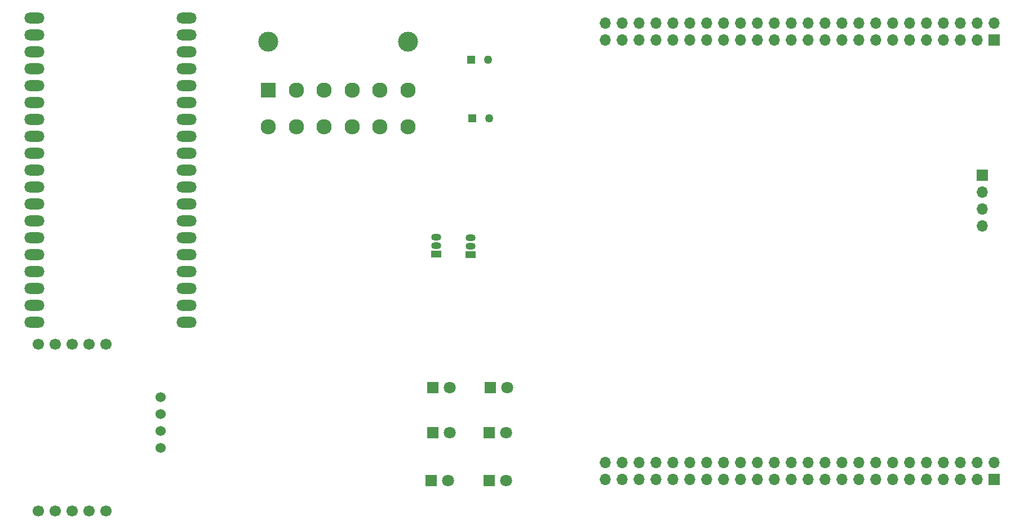
<source format=gbr>
%TF.GenerationSoftware,KiCad,Pcbnew,8.0.0-rc1*%
%TF.CreationDate,2024-05-26T19:18:53+09:00*%
%TF.ProjectId,KDL,4b444c2e-6b69-4636-9164-5f7063625858,rev?*%
%TF.SameCoordinates,PX2a88ac0PY77c8bf0*%
%TF.FileFunction,Soldermask,Bot*%
%TF.FilePolarity,Negative*%
%FSLAX46Y46*%
G04 Gerber Fmt 4.6, Leading zero omitted, Abs format (unit mm)*
G04 Created by KiCad (PCBNEW 8.0.0-rc1) date 2024-05-26 19:18:53*
%MOMM*%
%LPD*%
G01*
G04 APERTURE LIST*
%ADD10R,1.800000X1.800000*%
%ADD11C,1.800000*%
%ADD12C,1.524000*%
%ADD13O,3.048800X1.626400*%
%ADD14C,2.999999*%
%ADD15R,2.300000X2.300000*%
%ADD16C,2.300000*%
%ADD17R,1.500000X1.050000*%
%ADD18O,1.500000X1.050000*%
%ADD19R,1.270000X1.270000*%
%ADD20C,1.270000*%
%ADD21O,1.700000X1.700000*%
%ADD22R,1.700000X1.700000*%
%ADD23C,1.700000*%
G04 APERTURE END LIST*
D10*
%TO.C,D1*%
X74760000Y20809800D03*
D11*
X77300000Y20809800D03*
%TD*%
D12*
%TO.C,U1*%
X25196000Y11737600D03*
X25196000Y14277600D03*
X25196000Y16817600D03*
X25196000Y19357600D03*
%TD*%
D13*
%TO.C,U8*%
X29150000Y30652800D03*
X29150000Y33192800D03*
X29150000Y63672800D03*
X6290000Y30652800D03*
X6290000Y45892800D03*
X6290000Y63672800D03*
X6290000Y66212800D03*
X6290000Y61132800D03*
X6290000Y53512800D03*
X6290000Y76372800D03*
X6290000Y73832800D03*
X6290000Y71292800D03*
X29150000Y68752800D03*
X29150000Y71292800D03*
X29150000Y73832800D03*
X29150000Y61132800D03*
X29150000Y66212800D03*
X29150000Y58592800D03*
X6290000Y68752800D03*
X6290000Y58592800D03*
X6290000Y56052800D03*
X6290000Y50972800D03*
X6290000Y48432800D03*
X6290000Y43352800D03*
X6290000Y35732800D03*
X6290000Y33192800D03*
X29150000Y50972800D03*
X29150000Y53512800D03*
X29150000Y56052800D03*
X29150000Y45892800D03*
X29150000Y48432800D03*
X29150000Y40812800D03*
X29150000Y43352800D03*
X29150000Y35732800D03*
X29150000Y38272800D03*
X6290000Y40812800D03*
X6290000Y38272800D03*
X29150000Y76372800D03*
%TD*%
D10*
%TO.C,D5*%
X66160000Y20802800D03*
D11*
X68700000Y20802800D03*
%TD*%
D10*
%TO.C,D4*%
X66110000Y14100000D03*
D11*
X68650000Y14100000D03*
%TD*%
D14*
%TO.C,J1*%
X62400000Y72850000D03*
X41400042Y72850000D03*
D15*
X41400042Y65549999D03*
D16*
X45600041Y65549999D03*
X49800040Y65549999D03*
X54000040Y65549999D03*
X58200039Y65549999D03*
X62400038Y65549999D03*
X41400042Y60050000D03*
X45600041Y60050000D03*
X49800040Y60050000D03*
X54000040Y60050000D03*
X58200039Y60050000D03*
X62400038Y60050000D03*
%TD*%
D10*
%TO.C,D3*%
X74610000Y14100000D03*
D11*
X77150000Y14100000D03*
%TD*%
D10*
%TO.C,D6*%
X74610000Y6850000D03*
D11*
X77150000Y6850000D03*
%TD*%
D17*
%TO.C,Q1*%
X71760000Y40832800D03*
D18*
X71760000Y42102800D03*
X71760000Y43372800D03*
%TD*%
D19*
%TO.C,C3*%
X71860000Y70100000D03*
D20*
X74400000Y70100000D03*
%TD*%
D21*
%TO.C,U9*%
X142839000Y73082800D03*
X130139000Y7040600D03*
X130139000Y9580600D03*
X127599000Y7040600D03*
X127599000Y9580600D03*
X122519000Y7040600D03*
X122519000Y9580600D03*
X119979000Y7040600D03*
X119979000Y9580600D03*
X112359000Y9580600D03*
X104739000Y9580600D03*
X102199000Y7040600D03*
X102199000Y9580600D03*
X99659000Y7040600D03*
X99659000Y9580600D03*
X97119000Y7040600D03*
X97119000Y9580600D03*
X94579000Y7040600D03*
X92039000Y73082800D03*
X94579000Y75622800D03*
X94579000Y73082800D03*
X97119000Y75622800D03*
X97119000Y73082800D03*
X99659000Y75622800D03*
X99659000Y73082800D03*
X102199000Y75622800D03*
X102199000Y73082800D03*
X104739000Y75622800D03*
X107279000Y75622800D03*
X107279000Y73082800D03*
X109819000Y75622800D03*
X109819000Y73082800D03*
X114899000Y73082800D03*
X117439000Y75622800D03*
X119979000Y75622800D03*
X119979000Y73082800D03*
X122519000Y75622800D03*
X122519000Y73082800D03*
X125059000Y75622800D03*
X125059000Y73082800D03*
X127599000Y75622800D03*
X132679000Y75622800D03*
X132679000Y73082800D03*
X145379000Y73082800D03*
X135219000Y75622800D03*
X145379000Y7040600D03*
D22*
X148686500Y52762800D03*
D21*
X148686500Y50222800D03*
X148686500Y47682800D03*
X148686500Y45142800D03*
X147919000Y75622800D03*
X145379000Y75622800D03*
X142839000Y75622800D03*
X140299000Y75622800D03*
X137759000Y75622800D03*
X130139000Y75622800D03*
X114899000Y75622800D03*
X112359000Y75622800D03*
X92039000Y75622800D03*
D22*
X150459000Y73082800D03*
D21*
X147919000Y73082800D03*
X140299000Y73082800D03*
X137759000Y73082800D03*
X135219000Y73082800D03*
X130139000Y73082800D03*
X127599000Y73082800D03*
X117439000Y73082800D03*
X112359000Y73082800D03*
X104739000Y73082800D03*
X150459000Y9580600D03*
X147919000Y9580600D03*
X145379000Y9580600D03*
X142839000Y9580600D03*
X140299000Y9580600D03*
X137759000Y9580600D03*
X135219000Y9580600D03*
X132679000Y9580600D03*
X125059000Y9580600D03*
X117439000Y9580600D03*
X114899000Y9580600D03*
X109819000Y9580600D03*
X107279000Y9580600D03*
X94579000Y9580600D03*
X92039000Y9580600D03*
X147919000Y7040600D03*
X142839000Y7040600D03*
X140299000Y7040600D03*
X137759000Y7040600D03*
X135219000Y7040600D03*
X132679000Y7040600D03*
X125059000Y7040600D03*
X117439000Y7040600D03*
X114899000Y7040600D03*
X112359000Y7040600D03*
X109819000Y7040600D03*
X107279000Y7040600D03*
X104739000Y7040600D03*
X92039000Y7040600D03*
X150459000Y75622800D03*
D22*
X150459000Y7040600D03*
%TD*%
D19*
%TO.C,C8*%
X72015000Y61350000D03*
D20*
X74555000Y61350000D03*
%TD*%
D10*
%TO.C,D2*%
X65860000Y6850000D03*
D11*
X68400000Y6850000D03*
%TD*%
D17*
%TO.C,Q2*%
X66660000Y40862800D03*
D18*
X66660000Y42132800D03*
X66660000Y43402800D03*
%TD*%
D23*
%TO.C,U2*%
X14463000Y2330800D03*
X11923000Y2330800D03*
X9383000Y2330800D03*
X6843000Y2330800D03*
X6843000Y27330800D03*
X9383000Y27330800D03*
X11923000Y27330800D03*
X14463000Y27330800D03*
X17003000Y27330800D03*
X17003000Y2330800D03*
%TD*%
M02*

</source>
